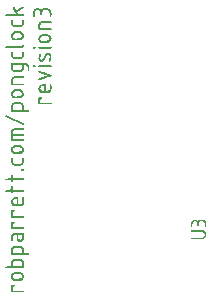
<source format=gbr>
G04 DipTrace 2.3.0.3*
%INTopSilk.gbr*%
%MOIN*%
%ADD12C,0.003*%
%FSLAX44Y44*%
G04*
G70*
G90*
G75*
G01*
%LNTopSilk*%
%LPD*%
X10527Y9052D2*
D12*
X10602D1*
X10722D2*
X10857D1*
X10506Y9037D2*
X10627D1*
X10699D2*
X10879D1*
X10489Y9022D2*
X10531D1*
X10617D2*
X10652D1*
X10674D2*
X10722D1*
X10854D2*
X10896D1*
X10476Y9007D2*
X10509D1*
X10630D2*
X10708D1*
X10875D2*
X10909D1*
X10466Y8992D2*
X10493D1*
X10640D2*
X10695D1*
X10891D2*
X10918D1*
X10459Y8977D2*
X10482D1*
X10649D2*
X10686D1*
X10902D2*
X10925D1*
X10455Y8962D2*
X10475D1*
X10655D2*
X10681D1*
X10910D2*
X10929D1*
X10454Y8947D2*
X10471D1*
X10659D2*
X10679D1*
X10914D2*
X10931D1*
X10453Y8932D2*
X10469D1*
X10661D2*
X10678D1*
X10916D2*
X10932D1*
X10452Y8917D2*
X10468D1*
X10662D2*
X10677D1*
X10917D2*
X10932D1*
X10452Y8902D2*
X10467D1*
X10662D2*
X10677D1*
X10917D2*
X10932D1*
X10452Y8887D2*
X10467D1*
X10662D2*
X10677D1*
X10917D2*
X10932D1*
X10452Y8872D2*
X10467D1*
X10917D2*
X10932D1*
X10452Y8857D2*
X10467D1*
X10917D2*
X10932D1*
X10452Y8842D2*
X10467D1*
X10917D2*
X10932D1*
X10452Y8707D2*
X10842D1*
X10452Y8692D2*
X10864D1*
X10839Y8677D2*
X10881D1*
X10860Y8662D2*
X10894D1*
X10876Y8647D2*
X10904D1*
X10888Y8632D2*
X10913D1*
X10897Y8617D2*
X10920D1*
X10905Y8602D2*
X10926D1*
X10910Y8587D2*
X10929D1*
X10913Y8572D2*
X10930D1*
X10910Y8557D2*
X10929D1*
X10906Y8542D2*
X10925D1*
X10901Y8527D2*
X10920D1*
X10893Y8512D2*
X10913D1*
X10880Y8497D2*
X10905D1*
X10861Y8482D2*
X10893D1*
X10838Y8467D2*
X10875D1*
X10452Y8452D2*
X10852D1*
X10452Y8437D2*
X10827D1*
X4523Y16145D2*
X4538D1*
X4823D2*
X4838D1*
X4508Y16130D2*
X4543D1*
X4793D2*
X4853D1*
X4517Y16115D2*
X4550D1*
X4763D2*
X4823D1*
X4526Y16100D2*
X4557D1*
X4733D2*
X4793D1*
X4534Y16085D2*
X4564D1*
X4703D2*
X4763D1*
X4541Y16070D2*
X4572D1*
X4672D2*
X4733D1*
X4549Y16055D2*
X4579D1*
X4640D2*
X4703D1*
X4556Y16040D2*
X4588D1*
X4605D2*
X4674D1*
X4564Y16025D2*
X4649D1*
X4571Y16010D2*
X4629D1*
X4579Y15995D2*
X4621D1*
X4587Y15980D2*
X4623D1*
X4595Y15965D2*
X4630D1*
X4604Y15950D2*
X4639D1*
X4616Y15935D2*
X4649D1*
X4629Y15920D2*
X4660D1*
X4283Y15905D2*
X4838D1*
X4268Y15890D2*
X4853D1*
X4283Y15875D2*
X4838D1*
X4463Y15710D2*
X4478D1*
X4823D2*
X4838D1*
X4456Y15695D2*
X4478D1*
X4823D2*
X4845D1*
X4452Y15680D2*
X4478D1*
X4823D2*
X4849D1*
X4449Y15665D2*
X4478D1*
X4823D2*
X4851D1*
X4448Y15650D2*
X4478D1*
X4823D2*
X4852D1*
X4449Y15635D2*
X4478D1*
X4823D2*
X4852D1*
X4450Y15620D2*
X4478D1*
X4822D2*
X4850D1*
X4454Y15605D2*
X4481D1*
X4820D2*
X4847D1*
X4458Y15590D2*
X4487D1*
X4814D2*
X4842D1*
X4463Y15575D2*
X4497D1*
X4804D2*
X4837D1*
X4471Y15560D2*
X4509D1*
X4791D2*
X4830D1*
X4482Y15545D2*
X4523D1*
X4777D2*
X4818D1*
X4497Y15530D2*
X4803D1*
X4516Y15515D2*
X4784D1*
X4538Y15500D2*
X4763D1*
X4553Y15335D2*
X4748D1*
X4526Y15320D2*
X4774D1*
X4504Y15305D2*
X4796D1*
X4489Y15290D2*
X4541D1*
X4763D2*
X4812D1*
X4477Y15275D2*
X4519D1*
X4778D2*
X4823D1*
X4468Y15260D2*
X4504D1*
X4792D2*
X4830D1*
X4460Y15245D2*
X4493D1*
X4805D2*
X4835D1*
X4454Y15230D2*
X4485D1*
X4814D2*
X4839D1*
X4451Y15215D2*
X4481D1*
X4819D2*
X4845D1*
X4450Y15200D2*
X4479D1*
X4820D2*
X4853D1*
X4451Y15185D2*
X4479D1*
X4820D2*
X4846D1*
X4455Y15170D2*
X4481D1*
X4814D2*
X4841D1*
X4460Y15155D2*
X4486D1*
X4803D2*
X4836D1*
X4467Y15140D2*
X4498D1*
X4789D2*
X4830D1*
X4475Y15125D2*
X4517D1*
X4753D2*
X4821D1*
X4485Y15110D2*
X4548D1*
X4695D2*
X4809D1*
X4499Y15095D2*
X4592D1*
X4619D2*
X4793D1*
X4517Y15080D2*
X4772D1*
X4538Y15065D2*
X4748D1*
X4823Y14885D2*
X4853D1*
X4815Y14870D2*
X4847D1*
X4804Y14855D2*
X4840D1*
X4283Y14840D2*
X4831D1*
X4268Y14825D2*
X4820D1*
X4283Y14810D2*
X4808D1*
X4463Y14645D2*
X4478D1*
X4823D2*
X4838D1*
X4456Y14630D2*
X4478D1*
X4823D2*
X4845D1*
X4452Y14615D2*
X4478D1*
X4823D2*
X4849D1*
X4449Y14600D2*
X4478D1*
X4823D2*
X4851D1*
X4448Y14585D2*
X4478D1*
X4823D2*
X4852D1*
X4449Y14570D2*
X4478D1*
X4823D2*
X4852D1*
X4450Y14555D2*
X4478D1*
X4822D2*
X4850D1*
X4454Y14540D2*
X4481D1*
X4820D2*
X4847D1*
X4458Y14525D2*
X4487D1*
X4814D2*
X4842D1*
X4463Y14510D2*
X4497D1*
X4804D2*
X4837D1*
X4471Y14495D2*
X4509D1*
X4791D2*
X4830D1*
X4482Y14480D2*
X4523D1*
X4777D2*
X4818D1*
X4497Y14465D2*
X4803D1*
X4516Y14450D2*
X4784D1*
X4538Y14435D2*
X4763D1*
X4448Y14270D2*
X4958D1*
X4448Y14255D2*
X4979D1*
X4448Y14240D2*
X4996D1*
X4448Y14225D2*
X4478D1*
X4823D2*
X4853D1*
X4954D2*
X5009D1*
X4448Y14210D2*
X4478D1*
X4823D2*
X4853D1*
X4976D2*
X5019D1*
X4448Y14195D2*
X4478D1*
X4823D2*
X4853D1*
X4992D2*
X5026D1*
X4448Y14180D2*
X4478D1*
X4823D2*
X4853D1*
X5003D2*
X5030D1*
X4448Y14165D2*
X4478D1*
X4823D2*
X4853D1*
X5010D2*
X5031D1*
X4448Y14150D2*
X4478D1*
X4823D2*
X4853D1*
X5014D2*
X5032D1*
X4448Y14135D2*
X4478D1*
X4823D2*
X4852D1*
X5016D2*
X5033D1*
X4448Y14120D2*
X4478D1*
X4822D2*
X4850D1*
X5017D2*
X5033D1*
X4450Y14105D2*
X4481D1*
X4820D2*
X4847D1*
X5018D2*
X5033D1*
X4454Y14090D2*
X4487D1*
X4815D2*
X4842D1*
X5018D2*
X5033D1*
X4461Y14075D2*
X4497D1*
X4801D2*
X4837D1*
X5018D2*
X5033D1*
X4470Y14060D2*
X4509D1*
X4782D2*
X4830D1*
X5018D2*
X5033D1*
X4481Y14045D2*
X4523D1*
X4758D2*
X4818D1*
X5018D2*
X5033D1*
X4494Y14030D2*
X4803D1*
X5018D2*
X5033D1*
X4508Y14015D2*
X4784D1*
X4523Y14000D2*
X4763D1*
X4538Y13835D2*
X4838D1*
X4516Y13820D2*
X4853D1*
X4497Y13805D2*
X4838D1*
X4482Y13790D2*
X4523D1*
X4470Y13775D2*
X4508D1*
X4461Y13760D2*
X4496D1*
X4455Y13745D2*
X4487D1*
X4451Y13730D2*
X4482D1*
X4449Y13715D2*
X4479D1*
X4448Y13700D2*
X4478D1*
X4448Y13685D2*
X4478D1*
X4448Y13670D2*
X4478D1*
X4448Y13655D2*
X4478D1*
X4448Y13640D2*
X4478D1*
X4448Y13625D2*
X4478D1*
X4448Y13610D2*
X4478D1*
X4451Y13595D2*
X4838D1*
X4456Y13580D2*
X4853D1*
X4463Y13565D2*
X4838D1*
X4553Y13400D2*
X4748D1*
X4526Y13385D2*
X4774D1*
X4504Y13370D2*
X4796D1*
X4489Y13355D2*
X4541D1*
X4763D2*
X4812D1*
X4477Y13340D2*
X4519D1*
X4778D2*
X4823D1*
X4468Y13325D2*
X4504D1*
X4792D2*
X4830D1*
X4460Y13310D2*
X4493D1*
X4805D2*
X4835D1*
X4454Y13295D2*
X4485D1*
X4814D2*
X4839D1*
X4451Y13280D2*
X4481D1*
X4819D2*
X4845D1*
X4450Y13265D2*
X4479D1*
X4820D2*
X4853D1*
X4451Y13250D2*
X4479D1*
X4820D2*
X4846D1*
X4455Y13235D2*
X4481D1*
X4814D2*
X4841D1*
X4460Y13220D2*
X4486D1*
X4803D2*
X4836D1*
X4467Y13205D2*
X4498D1*
X4789D2*
X4830D1*
X4475Y13190D2*
X4517D1*
X4753D2*
X4821D1*
X4485Y13175D2*
X4548D1*
X4695D2*
X4809D1*
X4499Y13160D2*
X4592D1*
X4619D2*
X4793D1*
X4517Y13145D2*
X4772D1*
X4538Y13130D2*
X4748D1*
X4538Y12965D2*
X4763D1*
X4516Y12950D2*
X4785D1*
X4497Y12935D2*
X4803D1*
X4482Y12920D2*
X4523D1*
X4778D2*
X4818D1*
X4470Y12905D2*
X4508D1*
X4792D2*
X4828D1*
X4461Y12890D2*
X4496D1*
X4805D2*
X4836D1*
X4455Y12875D2*
X4487D1*
X4814D2*
X4842D1*
X4451Y12860D2*
X4482D1*
X4819D2*
X4847D1*
X4449Y12845D2*
X4479D1*
X4821D2*
X4850D1*
X4448Y12830D2*
X4478D1*
X4822D2*
X4852D1*
X4448Y12815D2*
X4478D1*
X4823D2*
X4852D1*
X4448Y12800D2*
X4478D1*
X4823D2*
X4853D1*
X4448Y12785D2*
X4478D1*
X4823D2*
X4853D1*
X4448Y12770D2*
X4478D1*
X4823D2*
X4853D1*
X4448Y12755D2*
X4478D1*
X4823D2*
X4853D1*
X4448Y12740D2*
X4478D1*
X4823D2*
X4853D1*
X4448Y12725D2*
X5033D1*
X4448Y12710D2*
X5033D1*
X4448Y12695D2*
X5033D1*
X4283Y12530D2*
X4298D1*
X4268Y12515D2*
X4330D1*
X4293Y12500D2*
X4364D1*
X4323Y12485D2*
X4398D1*
X4354Y12470D2*
X4431D1*
X4387Y12455D2*
X4464D1*
X4419Y12440D2*
X4498D1*
X4454Y12425D2*
X4533D1*
X4488Y12410D2*
X4565D1*
X4520Y12395D2*
X4597D1*
X4552Y12380D2*
X4630D1*
X4585Y12365D2*
X4664D1*
X4619Y12350D2*
X4698D1*
X4653Y12335D2*
X4731D1*
X4686Y12320D2*
X4764D1*
X4719Y12305D2*
X4796D1*
X4754Y12290D2*
X4825D1*
X4788Y12275D2*
X4853D1*
X4823Y12260D2*
X4838D1*
X4538Y12110D2*
X4838D1*
X4516Y12095D2*
X4853D1*
X4497Y12080D2*
X4838D1*
X4482Y12065D2*
X4523D1*
X4470Y12050D2*
X4510D1*
X4461Y12035D2*
X4499D1*
X4455Y12020D2*
X4491D1*
X4451Y12005D2*
X4485D1*
X4449Y11990D2*
X4481D1*
X4448Y11975D2*
X4479D1*
X4448Y11960D2*
X4478D1*
X4448Y11945D2*
X4478D1*
X4448Y11930D2*
X4478D1*
X4448Y11915D2*
X4838D1*
X4448Y11900D2*
X4853D1*
X4448Y11885D2*
X4838D1*
X4448Y11870D2*
X4478D1*
X4448Y11855D2*
X4478D1*
X4448Y11840D2*
X4478D1*
X4448Y11825D2*
X4478D1*
X4448Y11810D2*
X4478D1*
X4448Y11795D2*
X4478D1*
X4448Y11780D2*
X4478D1*
X4448Y11765D2*
X4478D1*
X4448Y11750D2*
X4478D1*
X4448Y11735D2*
X4838D1*
X4448Y11720D2*
X4853D1*
X4448Y11705D2*
X4838D1*
X4553Y11540D2*
X4748D1*
X4526Y11525D2*
X4774D1*
X4504Y11510D2*
X4796D1*
X4489Y11495D2*
X4541D1*
X4763D2*
X4812D1*
X4477Y11480D2*
X4519D1*
X4778D2*
X4823D1*
X4468Y11465D2*
X4504D1*
X4792D2*
X4830D1*
X4460Y11450D2*
X4493D1*
X4805D2*
X4835D1*
X4454Y11435D2*
X4485D1*
X4814D2*
X4839D1*
X4451Y11420D2*
X4481D1*
X4819D2*
X4845D1*
X4450Y11405D2*
X4479D1*
X4820D2*
X4853D1*
X4451Y11390D2*
X4479D1*
X4820D2*
X4846D1*
X4455Y11375D2*
X4481D1*
X4814D2*
X4841D1*
X4460Y11360D2*
X4486D1*
X4803D2*
X4836D1*
X4467Y11345D2*
X4498D1*
X4789D2*
X4830D1*
X4475Y11330D2*
X4517D1*
X4753D2*
X4821D1*
X4485Y11315D2*
X4548D1*
X4695D2*
X4809D1*
X4499Y11300D2*
X4592D1*
X4619D2*
X4793D1*
X4517Y11285D2*
X4772D1*
X4538Y11270D2*
X4748D1*
X4463Y11105D2*
X4478D1*
X4823D2*
X4838D1*
X4456Y11090D2*
X4478D1*
X4823D2*
X4845D1*
X4452Y11075D2*
X4478D1*
X4823D2*
X4849D1*
X4449Y11060D2*
X4478D1*
X4823D2*
X4851D1*
X4448Y11045D2*
X4478D1*
X4823D2*
X4852D1*
X4449Y11030D2*
X4478D1*
X4823D2*
X4852D1*
X4450Y11015D2*
X4478D1*
X4822D2*
X4850D1*
X4454Y11000D2*
X4481D1*
X4820D2*
X4847D1*
X4458Y10985D2*
X4487D1*
X4814D2*
X4842D1*
X4463Y10970D2*
X4497D1*
X4804D2*
X4837D1*
X4471Y10955D2*
X4509D1*
X4791D2*
X4830D1*
X4482Y10940D2*
X4523D1*
X4777D2*
X4818D1*
X4497Y10925D2*
X4803D1*
X4516Y10910D2*
X4784D1*
X4538Y10895D2*
X4763D1*
X4793Y10745D2*
X4838D1*
X4793Y10730D2*
X4853D1*
X4793Y10715D2*
X4838D1*
X4448Y10550D2*
X4478D1*
X4448Y10535D2*
X4478D1*
X4448Y10520D2*
X4478D1*
X4448Y10505D2*
X4478D1*
X4448Y10490D2*
X4478D1*
X4448Y10475D2*
X4478D1*
X4448Y10460D2*
X4478D1*
X4448Y10445D2*
X4478D1*
X4366Y10430D2*
X4838D1*
X4310Y10415D2*
X4853D1*
X4268Y10400D2*
X4838D1*
X4448Y10385D2*
X4478D1*
X4448Y10370D2*
X4478D1*
X4448Y10355D2*
X4478D1*
X4448Y10340D2*
X4478D1*
X4448Y10175D2*
X4478D1*
X4448Y10160D2*
X4478D1*
X4448Y10145D2*
X4478D1*
X4448Y10130D2*
X4478D1*
X4448Y10115D2*
X4478D1*
X4448Y10100D2*
X4478D1*
X4448Y10085D2*
X4478D1*
X4448Y10070D2*
X4478D1*
X4366Y10055D2*
X4838D1*
X4310Y10040D2*
X4853D1*
X4268Y10025D2*
X4838D1*
X4448Y10010D2*
X4478D1*
X4448Y9995D2*
X4478D1*
X4448Y9980D2*
X4478D1*
X4448Y9965D2*
X4478D1*
X4553Y9800D2*
X4658D1*
X4823D2*
X4838D1*
X4524Y9785D2*
X4658D1*
X4823D2*
X4845D1*
X4503Y9770D2*
X4658D1*
X4823D2*
X4849D1*
X4488Y9755D2*
X4523D1*
X4643D2*
X4658D1*
X4823D2*
X4851D1*
X4476Y9740D2*
X4510D1*
X4643D2*
X4658D1*
X4823D2*
X4852D1*
X4468Y9725D2*
X4499D1*
X4643D2*
X4658D1*
X4823D2*
X4853D1*
X4460Y9710D2*
X4491D1*
X4643D2*
X4658D1*
X4823D2*
X4853D1*
X4454Y9695D2*
X4485D1*
X4643D2*
X4658D1*
X4823D2*
X4853D1*
X4451Y9680D2*
X4481D1*
X4643D2*
X4658D1*
X4823D2*
X4853D1*
X4450Y9665D2*
X4480D1*
X4643D2*
X4658D1*
X4823D2*
X4853D1*
X4451Y9650D2*
X4480D1*
X4643D2*
X4658D1*
X4822D2*
X4852D1*
X4455Y9635D2*
X4487D1*
X4643D2*
X4658D1*
X4820D2*
X4850D1*
X4460Y9620D2*
X4497D1*
X4643D2*
X4658D1*
X4815D2*
X4847D1*
X4467Y9605D2*
X4513D1*
X4643D2*
X4658D1*
X4803D2*
X4842D1*
X4475Y9590D2*
X4541D1*
X4643D2*
X4658D1*
X4771D2*
X4837D1*
X4485Y9575D2*
X4586D1*
X4643D2*
X4658D1*
X4721D2*
X4829D1*
X4499Y9560D2*
X4816D1*
X4517Y9545D2*
X4798D1*
X4538Y9530D2*
X4778D1*
X4463Y9365D2*
X4538D1*
X4456Y9350D2*
X4526D1*
X4452Y9335D2*
X4510D1*
X4449Y9320D2*
X4496D1*
X4448Y9305D2*
X4484D1*
X4448Y9290D2*
X4481D1*
X4448Y9275D2*
X4479D1*
X4448Y9260D2*
X4478D1*
X4448Y9245D2*
X4478D1*
X4448Y9230D2*
X4478D1*
X4448Y9215D2*
X4478D1*
X4448Y9200D2*
X4478D1*
X4448Y9185D2*
X4838D1*
X4448Y9170D2*
X4853D1*
X4448Y9155D2*
X4838D1*
X4463Y8990D2*
X4538D1*
X4456Y8975D2*
X4526D1*
X4452Y8960D2*
X4510D1*
X4449Y8945D2*
X4496D1*
X4448Y8930D2*
X4484D1*
X4448Y8915D2*
X4481D1*
X4448Y8900D2*
X4479D1*
X4448Y8885D2*
X4478D1*
X4448Y8870D2*
X4478D1*
X4448Y8855D2*
X4478D1*
X4448Y8840D2*
X4478D1*
X4448Y8825D2*
X4478D1*
X4448Y8810D2*
X4838D1*
X4448Y8795D2*
X4853D1*
X4448Y8780D2*
X4838D1*
X4538Y8615D2*
X4838D1*
X4516Y8600D2*
X4845D1*
X4497Y8585D2*
X4849D1*
X4482Y8570D2*
X4541D1*
X4643D2*
X4658D1*
X4823D2*
X4851D1*
X4470Y8555D2*
X4518D1*
X4643D2*
X4658D1*
X4823D2*
X4852D1*
X4461Y8540D2*
X4500D1*
X4643D2*
X4658D1*
X4823D2*
X4853D1*
X4455Y8525D2*
X4487D1*
X4643D2*
X4658D1*
X4823D2*
X4853D1*
X4451Y8510D2*
X4482D1*
X4643D2*
X4658D1*
X4823D2*
X4853D1*
X4449Y8495D2*
X4480D1*
X4643D2*
X4658D1*
X4823D2*
X4853D1*
X4448Y8480D2*
X4478D1*
X4643D2*
X4658D1*
X4823D2*
X4853D1*
X4448Y8465D2*
X4478D1*
X4643D2*
X4658D1*
X4823D2*
X4852D1*
X4448Y8450D2*
X4478D1*
X4643D2*
X4660D1*
X4822D2*
X4850D1*
X4448Y8435D2*
X4478D1*
X4643D2*
X4665D1*
X4821D2*
X4846D1*
X4448Y8420D2*
X4478D1*
X4645D2*
X4672D1*
X4814D2*
X4840D1*
X4451Y8405D2*
X4478D1*
X4650D2*
X4691D1*
X4787D2*
X4833D1*
X4456Y8390D2*
X4478D1*
X4656D2*
X4737D1*
X4743D2*
X4825D1*
X4463Y8375D2*
X4478D1*
X4667D2*
X4813D1*
X4684Y8360D2*
X4797D1*
X4703Y8345D2*
X4778D1*
X4538Y8180D2*
X4763D1*
X4516Y8165D2*
X4785D1*
X4497Y8150D2*
X4803D1*
X4482Y8135D2*
X4523D1*
X4778D2*
X4818D1*
X4470Y8120D2*
X4508D1*
X4792D2*
X4828D1*
X4461Y8105D2*
X4496D1*
X4805D2*
X4836D1*
X4455Y8090D2*
X4487D1*
X4814D2*
X4842D1*
X4451Y8075D2*
X4482D1*
X4819D2*
X4847D1*
X4449Y8060D2*
X4479D1*
X4821D2*
X4850D1*
X4448Y8045D2*
X4478D1*
X4822D2*
X4852D1*
X4448Y8030D2*
X4478D1*
X4823D2*
X4852D1*
X4448Y8015D2*
X4478D1*
X4823D2*
X4853D1*
X4448Y8000D2*
X4478D1*
X4823D2*
X4853D1*
X4448Y7985D2*
X4478D1*
X4823D2*
X4853D1*
X4448Y7970D2*
X4478D1*
X4823D2*
X4853D1*
X4448Y7955D2*
X4478D1*
X4823D2*
X4853D1*
X4448Y7940D2*
X5033D1*
X4448Y7925D2*
X5033D1*
X4448Y7910D2*
X5033D1*
X4538Y7745D2*
X4763D1*
X4516Y7730D2*
X4785D1*
X4497Y7715D2*
X4803D1*
X4482Y7700D2*
X4523D1*
X4777D2*
X4818D1*
X4470Y7685D2*
X4508D1*
X4790D2*
X4828D1*
X4461Y7670D2*
X4496D1*
X4801D2*
X4836D1*
X4455Y7655D2*
X4487D1*
X4810D2*
X4842D1*
X4451Y7640D2*
X4482D1*
X4816D2*
X4847D1*
X4449Y7625D2*
X4479D1*
X4820D2*
X4850D1*
X4448Y7610D2*
X4478D1*
X4821D2*
X4852D1*
X4448Y7595D2*
X4478D1*
X4822D2*
X4852D1*
X4448Y7580D2*
X4478D1*
X4823D2*
X4853D1*
X4448Y7565D2*
X4478D1*
X4823D2*
X4853D1*
X4448Y7550D2*
X4478D1*
X4823D2*
X4853D1*
X4448Y7535D2*
X4478D1*
X4823D2*
X4853D1*
X4448Y7520D2*
X4478D1*
X4823D2*
X4852D1*
X4353Y7505D2*
X4850D1*
X4268Y7490D2*
X4845D1*
X4283Y7475D2*
X4838D1*
X4553Y7310D2*
X4748D1*
X4526Y7295D2*
X4774D1*
X4504Y7280D2*
X4796D1*
X4489Y7265D2*
X4541D1*
X4763D2*
X4812D1*
X4477Y7250D2*
X4519D1*
X4778D2*
X4823D1*
X4468Y7235D2*
X4504D1*
X4792D2*
X4830D1*
X4460Y7220D2*
X4493D1*
X4805D2*
X4835D1*
X4454Y7205D2*
X4485D1*
X4814D2*
X4839D1*
X4451Y7190D2*
X4481D1*
X4819D2*
X4845D1*
X4450Y7175D2*
X4479D1*
X4820D2*
X4853D1*
X4451Y7160D2*
X4479D1*
X4820D2*
X4846D1*
X4455Y7145D2*
X4481D1*
X4814D2*
X4841D1*
X4460Y7130D2*
X4486D1*
X4803D2*
X4836D1*
X4467Y7115D2*
X4498D1*
X4789D2*
X4830D1*
X4475Y7100D2*
X4517D1*
X4753D2*
X4821D1*
X4485Y7085D2*
X4548D1*
X4695D2*
X4809D1*
X4499Y7070D2*
X4592D1*
X4619D2*
X4793D1*
X4517Y7055D2*
X4772D1*
X4538Y7040D2*
X4748D1*
X4463Y6875D2*
X4538D1*
X4456Y6860D2*
X4526D1*
X4452Y6845D2*
X4510D1*
X4449Y6830D2*
X4496D1*
X4448Y6815D2*
X4484D1*
X4448Y6800D2*
X4481D1*
X4448Y6785D2*
X4479D1*
X4448Y6770D2*
X4478D1*
X4448Y6755D2*
X4478D1*
X4448Y6740D2*
X4478D1*
X4448Y6725D2*
X4478D1*
X4448Y6710D2*
X4478D1*
X4448Y6695D2*
X4838D1*
X4448Y6680D2*
X4853D1*
X4448Y6665D2*
X4838D1*
X5289Y16109D2*
X5364D1*
X5529D2*
X5664D1*
X5260Y16094D2*
X5387D1*
X5506D2*
X5689D1*
X5239Y16079D2*
X5411D1*
X5482D2*
X5708D1*
X5224Y16064D2*
X5277D1*
X5361D2*
X5438D1*
X5454D2*
X5517D1*
X5679D2*
X5724D1*
X5213Y16049D2*
X5255D1*
X5384D2*
X5495D1*
X5694D2*
X5736D1*
X5204Y16034D2*
X5240D1*
X5401D2*
X5480D1*
X5708D2*
X5746D1*
X5196Y16019D2*
X5229D1*
X5415D2*
X5469D1*
X5721D2*
X5752D1*
X5190Y16004D2*
X5221D1*
X5419D2*
X5461D1*
X5730D2*
X5758D1*
X5187Y15989D2*
X5217D1*
X5422D2*
X5457D1*
X5735D2*
X5763D1*
X5185Y15974D2*
X5215D1*
X5423D2*
X5455D1*
X5737D2*
X5766D1*
X5184Y15959D2*
X5214D1*
X5424D2*
X5454D1*
X5738D2*
X5768D1*
X5184Y15944D2*
X5214D1*
X5424D2*
X5454D1*
X5739D2*
X5768D1*
X5184Y15929D2*
X5214D1*
X5427D2*
X5454D1*
X5739D2*
X5769D1*
X5184Y15914D2*
X5214D1*
X5432D2*
X5454D1*
X5739D2*
X5769D1*
X5184Y15899D2*
X5214D1*
X5439D2*
X5454D1*
X5739D2*
X5769D1*
X5184Y15884D2*
X5214D1*
X5739D2*
X5768D1*
X5184Y15869D2*
X5214D1*
X5739D2*
X5766D1*
X5184Y15854D2*
X5214D1*
X5739D2*
X5761D1*
X5184Y15839D2*
X5214D1*
X5739D2*
X5754D1*
X5454Y15674D2*
X5754D1*
X5432Y15659D2*
X5769D1*
X5413Y15644D2*
X5754D1*
X5398Y15629D2*
X5439D1*
X5386Y15614D2*
X5424D1*
X5377Y15599D2*
X5412D1*
X5371Y15584D2*
X5403D1*
X5367Y15569D2*
X5398D1*
X5365Y15554D2*
X5395D1*
X5364Y15539D2*
X5394D1*
X5364Y15524D2*
X5394D1*
X5364Y15509D2*
X5394D1*
X5364Y15494D2*
X5394D1*
X5364Y15479D2*
X5394D1*
X5364Y15464D2*
X5394D1*
X5364Y15449D2*
X5394D1*
X5367Y15434D2*
X5754D1*
X5372Y15419D2*
X5769D1*
X5379Y15404D2*
X5754D1*
X5469Y15239D2*
X5664D1*
X5442Y15224D2*
X5690D1*
X5420Y15209D2*
X5712D1*
X5405Y15194D2*
X5457D1*
X5679D2*
X5728D1*
X5393Y15179D2*
X5435D1*
X5694D2*
X5739D1*
X5384Y15164D2*
X5420D1*
X5708D2*
X5746D1*
X5376Y15149D2*
X5409D1*
X5721D2*
X5751D1*
X5370Y15134D2*
X5401D1*
X5730D2*
X5755D1*
X5367Y15119D2*
X5397D1*
X5735D2*
X5761D1*
X5366Y15104D2*
X5395D1*
X5736D2*
X5769D1*
X5367Y15089D2*
X5395D1*
X5736D2*
X5762D1*
X5371Y15074D2*
X5397D1*
X5730D2*
X5757D1*
X5376Y15059D2*
X5402D1*
X5719D2*
X5752D1*
X5383Y15044D2*
X5414D1*
X5705D2*
X5746D1*
X5391Y15029D2*
X5433D1*
X5669D2*
X5737D1*
X5401Y15014D2*
X5464D1*
X5611D2*
X5725D1*
X5415Y14999D2*
X5508D1*
X5535D2*
X5709D1*
X5433Y14984D2*
X5688D1*
X5454Y14969D2*
X5664D1*
X5199Y14819D2*
X5229D1*
X5379D2*
X5754D1*
X5184Y14804D2*
X5244D1*
X5364D2*
X5769D1*
X5199Y14789D2*
X5229D1*
X5379D2*
X5754D1*
X5634Y14624D2*
X5709D1*
X5619Y14609D2*
X5723D1*
X5409Y14594D2*
X5424D1*
X5606D2*
X5654D1*
X5690D2*
X5736D1*
X5400Y14579D2*
X5421D1*
X5595D2*
X5635D1*
X5711D2*
X5745D1*
X5391Y14564D2*
X5418D1*
X5586D2*
X5620D1*
X5728D2*
X5752D1*
X5385Y14549D2*
X5413D1*
X5578D2*
X5610D1*
X5733D2*
X5758D1*
X5382Y14534D2*
X5409D1*
X5570D2*
X5601D1*
X5737D2*
X5763D1*
X5379Y14519D2*
X5404D1*
X5563D2*
X5593D1*
X5738D2*
X5765D1*
X5377Y14504D2*
X5399D1*
X5555D2*
X5585D1*
X5738D2*
X5765D1*
X5373Y14489D2*
X5396D1*
X5548D2*
X5578D1*
X5738D2*
X5762D1*
X5369Y14474D2*
X5395D1*
X5540D2*
X5570D1*
X5736D2*
X5759D1*
X5367Y14459D2*
X5394D1*
X5533D2*
X5563D1*
X5733D2*
X5756D1*
X5367Y14444D2*
X5395D1*
X5525D2*
X5555D1*
X5729D2*
X5754D1*
X5371Y14429D2*
X5396D1*
X5516D2*
X5548D1*
X5726D2*
X5752D1*
X5376Y14414D2*
X5404D1*
X5504D2*
X5540D1*
X5722D2*
X5748D1*
X5384Y14399D2*
X5424D1*
X5484D2*
X5531D1*
X5718D2*
X5743D1*
X5394Y14384D2*
X5452D1*
X5456D2*
X5520D1*
X5714D2*
X5738D1*
X5407Y14369D2*
X5503D1*
X5711D2*
X5732D1*
X5424Y14354D2*
X5484D1*
X5709D2*
X5724D1*
X5199Y14204D2*
X5229D1*
X5379D2*
X5754D1*
X5184Y14189D2*
X5244D1*
X5364D2*
X5769D1*
X5199Y14174D2*
X5229D1*
X5379D2*
X5754D1*
X5364Y14009D2*
X5394D1*
X5375Y13994D2*
X5439D1*
X5400Y13979D2*
X5484D1*
X5433Y13964D2*
X5529D1*
X5473Y13949D2*
X5574D1*
X5515Y13934D2*
X5619D1*
X5559Y13919D2*
X5663D1*
X5604Y13904D2*
X5703D1*
X5649Y13889D2*
X5738D1*
X5694Y13874D2*
X5769D1*
X5649Y13859D2*
X5738D1*
X5604Y13844D2*
X5701D1*
X5559Y13829D2*
X5661D1*
X5514Y13814D2*
X5618D1*
X5470Y13799D2*
X5573D1*
X5430Y13784D2*
X5529D1*
X5395Y13769D2*
X5484D1*
X5364Y13754D2*
X5439D1*
X5379Y13739D2*
X5394D1*
X5469Y13574D2*
X5574D1*
X5739D2*
X5754D1*
X5440Y13559D2*
X5574D1*
X5739D2*
X5761D1*
X5419Y13544D2*
X5574D1*
X5739D2*
X5765D1*
X5404Y13529D2*
X5439D1*
X5559D2*
X5574D1*
X5739D2*
X5767D1*
X5393Y13514D2*
X5426D1*
X5559D2*
X5574D1*
X5739D2*
X5768D1*
X5384Y13499D2*
X5416D1*
X5559D2*
X5574D1*
X5739D2*
X5769D1*
X5376Y13484D2*
X5407D1*
X5559D2*
X5574D1*
X5739D2*
X5769D1*
X5370Y13469D2*
X5401D1*
X5559D2*
X5574D1*
X5739D2*
X5769D1*
X5367Y13454D2*
X5397D1*
X5559D2*
X5574D1*
X5739D2*
X5769D1*
X5366Y13439D2*
X5396D1*
X5559D2*
X5574D1*
X5739D2*
X5769D1*
X5367Y13424D2*
X5396D1*
X5559D2*
X5574D1*
X5738D2*
X5768D1*
X5371Y13409D2*
X5403D1*
X5559D2*
X5574D1*
X5736D2*
X5766D1*
X5376Y13394D2*
X5413D1*
X5559D2*
X5574D1*
X5731D2*
X5763D1*
X5383Y13379D2*
X5429D1*
X5559D2*
X5574D1*
X5719D2*
X5758D1*
X5391Y13364D2*
X5457D1*
X5559D2*
X5574D1*
X5687D2*
X5753D1*
X5401Y13349D2*
X5502D1*
X5559D2*
X5574D1*
X5637D2*
X5745D1*
X5415Y13334D2*
X5732D1*
X5433Y13319D2*
X5714D1*
X5454Y13304D2*
X5694D1*
X5379Y13139D2*
X5454D1*
X5372Y13124D2*
X5442D1*
X5368Y13109D2*
X5426D1*
X5365Y13094D2*
X5412D1*
X5364Y13079D2*
X5400D1*
X5364Y13064D2*
X5397D1*
X5364Y13049D2*
X5395D1*
X5364Y13034D2*
X5394D1*
X5364Y13019D2*
X5394D1*
X5364Y13004D2*
X5394D1*
X5364Y12989D2*
X5394D1*
X5364Y12974D2*
X5394D1*
X5364Y12959D2*
X5754D1*
X5364Y12944D2*
X5769D1*
X5364Y12929D2*
X5754D1*
X10527Y9052D2*
X10506Y9037D1*
X10489Y9022D1*
X10476Y9007D1*
X10466Y8992D1*
X10459Y8977D1*
X10455Y8962D1*
X10454Y8947D1*
X10453Y8932D1*
X10452Y8917D1*
Y8902D1*
Y8887D1*
Y8872D1*
Y8857D1*
Y8842D1*
X10602Y9052D2*
X10627Y9037D1*
X10652Y9022D1*
X10677Y9007D1*
X10722Y9052D2*
X10699Y9037D1*
X10674Y9022D1*
X10647Y9007D1*
X10857Y9052D2*
X10879Y9037D1*
X10896Y9022D1*
X10909Y9007D1*
X10918Y8992D1*
X10925Y8977D1*
X10929Y8962D1*
X10931Y8947D1*
X10932Y8932D1*
Y8917D1*
Y8902D1*
Y8887D1*
Y8872D1*
Y8857D1*
Y8842D1*
X10557Y9037D2*
X10531Y9022D1*
X10509Y9007D1*
X10493Y8992D1*
X10482Y8977D1*
X10475Y8962D1*
X10471Y8947D1*
X10469Y8932D1*
X10468Y8917D1*
X10467Y8902D1*
Y8887D1*
Y8872D1*
Y8857D1*
Y8842D1*
X10602Y9037D2*
X10617Y9022D1*
X10630Y9007D1*
X10640Y8992D1*
X10649Y8977D1*
X10655Y8962D1*
X10659Y8947D1*
X10661Y8932D1*
X10662Y8917D1*
Y8902D1*
Y8887D1*
X10737Y9037D2*
X10722Y9022D1*
X10708Y9007D1*
X10695Y8992D1*
X10686Y8977D1*
X10681Y8962D1*
X10679Y8947D1*
X10678Y8932D1*
X10677Y8917D1*
Y8902D1*
Y8887D1*
X10827Y9037D2*
X10854Y9022D1*
X10875Y9007D1*
X10891Y8992D1*
X10902Y8977D1*
X10910Y8962D1*
X10914Y8947D1*
X10916Y8932D1*
X10917Y8917D1*
Y8902D1*
Y8887D1*
Y8872D1*
Y8857D1*
Y8842D1*
X10452Y8707D2*
Y8692D1*
X10842Y8707D2*
X10864Y8692D1*
X10881Y8677D1*
X10894Y8662D1*
X10904Y8647D1*
X10913Y8632D1*
X10920Y8617D1*
X10926Y8602D1*
X10929Y8587D1*
X10930Y8572D1*
X10929Y8557D1*
X10925Y8542D1*
X10920Y8527D1*
X10913Y8512D1*
X10905Y8497D1*
X10893Y8482D1*
X10875Y8467D1*
X10852Y8452D1*
X10827Y8437D1*
X10812Y8692D2*
X10839Y8677D1*
X10860Y8662D1*
X10876Y8647D1*
X10888Y8632D1*
X10897Y8617D1*
X10905Y8602D1*
X10910Y8587D1*
X10913Y8572D1*
X10910Y8557D1*
X10906Y8542D1*
X10901Y8527D1*
X10893Y8512D1*
X10880Y8497D1*
X10861Y8482D1*
X10838Y8467D1*
X10812Y8452D1*
X10452D2*
Y8437D1*
X4523Y16145D2*
X4508Y16130D1*
X4517Y16115D1*
X4526Y16100D1*
X4534Y16085D1*
X4541Y16070D1*
X4549Y16055D1*
X4556Y16040D1*
X4564Y16025D1*
X4571Y16010D1*
X4579Y15995D1*
X4587Y15980D1*
X4595Y15965D1*
X4604Y15950D1*
X4616Y15935D1*
X4629Y15920D1*
X4643Y15905D1*
X4538Y16145D2*
X4543Y16130D1*
X4550Y16115D1*
X4557Y16100D1*
X4564Y16085D1*
X4572Y16070D1*
X4579Y16055D1*
X4588Y16040D1*
X4598Y16025D1*
X4823Y16145D2*
X4793Y16130D1*
X4763Y16115D1*
X4733Y16100D1*
X4703Y16085D1*
X4672Y16070D1*
X4640Y16055D1*
X4605Y16040D1*
X4568Y16025D1*
X4838Y16145D2*
X4853Y16130D1*
X4823Y16115D1*
X4793Y16100D1*
X4763Y16085D1*
X4733Y16070D1*
X4703Y16055D1*
X4674Y16040D1*
X4649Y16025D1*
X4629Y16010D1*
X4621Y15995D1*
X4623Y15980D1*
X4630Y15965D1*
X4639Y15950D1*
X4649Y15935D1*
X4660Y15920D1*
X4673Y15905D1*
X4283D2*
X4268Y15890D1*
X4283Y15875D1*
X4838Y15905D2*
X4853Y15890D1*
X4838Y15875D1*
X4463Y15710D2*
X4456Y15695D1*
X4452Y15680D1*
X4449Y15665D1*
X4448Y15650D1*
X4449Y15635D1*
X4450Y15620D1*
X4454Y15605D1*
X4458Y15590D1*
X4463Y15575D1*
X4471Y15560D1*
X4482Y15545D1*
X4497Y15530D1*
X4516Y15515D1*
X4538Y15500D1*
X4478Y15710D2*
Y15695D1*
Y15680D1*
Y15665D1*
Y15650D1*
Y15635D1*
Y15620D1*
X4481Y15605D1*
X4487Y15590D1*
X4497Y15575D1*
X4509Y15560D1*
X4523Y15545D1*
X4538Y15530D1*
X4823Y15710D2*
Y15695D1*
Y15680D1*
Y15665D1*
Y15650D1*
Y15635D1*
X4822Y15620D1*
X4820Y15605D1*
X4814Y15590D1*
X4804Y15575D1*
X4791Y15560D1*
X4777Y15545D1*
X4763Y15530D1*
X4838Y15710D2*
X4845Y15695D1*
X4849Y15680D1*
X4851Y15665D1*
X4852Y15650D1*
Y15635D1*
X4850Y15620D1*
X4847Y15605D1*
X4842Y15590D1*
X4837Y15575D1*
X4830Y15560D1*
X4818Y15545D1*
X4803Y15530D1*
X4784Y15515D1*
X4763Y15500D1*
X4553Y15335D2*
X4526Y15320D1*
X4504Y15305D1*
X4489Y15290D1*
X4477Y15275D1*
X4468Y15260D1*
X4460Y15245D1*
X4454Y15230D1*
X4451Y15215D1*
X4450Y15200D1*
X4451Y15185D1*
X4455Y15170D1*
X4460Y15155D1*
X4467Y15140D1*
X4475Y15125D1*
X4485Y15110D1*
X4499Y15095D1*
X4517Y15080D1*
X4538Y15065D1*
X4748Y15335D2*
X4774Y15320D1*
X4796Y15305D1*
X4812Y15290D1*
X4823Y15275D1*
X4830Y15260D1*
X4835Y15245D1*
X4839Y15230D1*
X4845Y15215D1*
X4853Y15200D1*
X4846Y15185D1*
X4841Y15170D1*
X4836Y15155D1*
X4830Y15140D1*
X4821Y15125D1*
X4809Y15110D1*
X4793Y15095D1*
X4772Y15080D1*
X4748Y15065D1*
X4568Y15305D2*
X4541Y15290D1*
X4519Y15275D1*
X4504Y15260D1*
X4493Y15245D1*
X4485Y15230D1*
X4481Y15215D1*
X4479Y15200D1*
Y15185D1*
X4481Y15170D1*
X4486Y15155D1*
X4498Y15140D1*
X4517Y15125D1*
X4548Y15110D1*
X4592Y15095D1*
X4643Y15080D1*
X4748Y15305D2*
X4763Y15290D1*
X4778Y15275D1*
X4792Y15260D1*
X4805Y15245D1*
X4814Y15230D1*
X4819Y15215D1*
X4820Y15200D1*
Y15185D1*
X4814Y15170D1*
X4803Y15155D1*
X4789Y15140D1*
X4753Y15125D1*
X4695Y15110D1*
X4619Y15095D1*
X4538Y15080D1*
X4823Y14885D2*
X4815Y14870D1*
X4804Y14855D1*
X4793Y14840D1*
X4853Y14885D2*
X4847Y14870D1*
X4840Y14855D1*
X4831Y14840D1*
X4820Y14825D1*
X4808Y14810D1*
X4283Y14840D2*
X4268Y14825D1*
X4283Y14810D1*
X4463Y14645D2*
X4456Y14630D1*
X4452Y14615D1*
X4449Y14600D1*
X4448Y14585D1*
X4449Y14570D1*
X4450Y14555D1*
X4454Y14540D1*
X4458Y14525D1*
X4463Y14510D1*
X4471Y14495D1*
X4482Y14480D1*
X4497Y14465D1*
X4516Y14450D1*
X4538Y14435D1*
X4478Y14645D2*
Y14630D1*
Y14615D1*
Y14600D1*
Y14585D1*
Y14570D1*
Y14555D1*
X4481Y14540D1*
X4487Y14525D1*
X4497Y14510D1*
X4509Y14495D1*
X4523Y14480D1*
X4538Y14465D1*
X4823Y14645D2*
Y14630D1*
Y14615D1*
Y14600D1*
Y14585D1*
Y14570D1*
X4822Y14555D1*
X4820Y14540D1*
X4814Y14525D1*
X4804Y14510D1*
X4791Y14495D1*
X4777Y14480D1*
X4763Y14465D1*
X4838Y14645D2*
X4845Y14630D1*
X4849Y14615D1*
X4851Y14600D1*
X4852Y14585D1*
Y14570D1*
X4850Y14555D1*
X4847Y14540D1*
X4842Y14525D1*
X4837Y14510D1*
X4830Y14495D1*
X4818Y14480D1*
X4803Y14465D1*
X4784Y14450D1*
X4763Y14435D1*
X4448Y14270D2*
Y14255D1*
Y14240D1*
Y14225D1*
Y14210D1*
Y14195D1*
Y14180D1*
Y14165D1*
Y14150D1*
Y14135D1*
Y14120D1*
X4450Y14105D1*
X4454Y14090D1*
X4461Y14075D1*
X4470Y14060D1*
X4481Y14045D1*
X4494Y14030D1*
X4508Y14015D1*
X4523Y14000D1*
X4958Y14270D2*
X4979Y14255D1*
X4996Y14240D1*
X5009Y14225D1*
X5019Y14210D1*
X5026Y14195D1*
X5030Y14180D1*
X5031Y14165D1*
X5032Y14150D1*
X5033Y14135D1*
Y14120D1*
Y14105D1*
Y14090D1*
Y14075D1*
Y14060D1*
Y14045D1*
Y14030D1*
X4478Y14240D2*
Y14225D1*
Y14210D1*
Y14195D1*
Y14180D1*
Y14165D1*
Y14150D1*
Y14135D1*
Y14120D1*
X4481Y14105D1*
X4487Y14090D1*
X4497Y14075D1*
X4509Y14060D1*
X4523Y14045D1*
X4538Y14030D1*
X4823Y14240D2*
Y14225D1*
Y14210D1*
Y14195D1*
Y14180D1*
Y14165D1*
Y14150D1*
Y14135D1*
X4822Y14120D1*
X4820Y14105D1*
X4815Y14090D1*
X4801Y14075D1*
X4782Y14060D1*
X4758Y14045D1*
X4733Y14030D1*
X4853Y14240D2*
Y14225D1*
Y14210D1*
Y14195D1*
Y14180D1*
Y14165D1*
Y14150D1*
X4852Y14135D1*
X4850Y14120D1*
X4847Y14105D1*
X4842Y14090D1*
X4837Y14075D1*
X4830Y14060D1*
X4818Y14045D1*
X4803Y14030D1*
X4784Y14015D1*
X4763Y14000D1*
X4928Y14240D2*
X4954Y14225D1*
X4976Y14210D1*
X4992Y14195D1*
X5003Y14180D1*
X5010Y14165D1*
X5014Y14150D1*
X5016Y14135D1*
X5017Y14120D1*
X5018Y14105D1*
Y14090D1*
Y14075D1*
Y14060D1*
Y14045D1*
Y14030D1*
X4538Y13835D2*
X4516Y13820D1*
X4497Y13805D1*
X4482Y13790D1*
X4470Y13775D1*
X4461Y13760D1*
X4455Y13745D1*
X4451Y13730D1*
X4449Y13715D1*
X4448Y13700D1*
Y13685D1*
Y13670D1*
Y13655D1*
Y13640D1*
Y13625D1*
Y13610D1*
X4451Y13595D1*
X4456Y13580D1*
X4463Y13565D1*
X4838Y13835D2*
X4853Y13820D1*
X4838Y13805D1*
X4538D2*
X4523Y13790D1*
X4508Y13775D1*
X4496Y13760D1*
X4487Y13745D1*
X4482Y13730D1*
X4479Y13715D1*
X4478Y13700D1*
Y13685D1*
Y13670D1*
Y13655D1*
Y13640D1*
Y13625D1*
Y13610D1*
Y13595D1*
X4838D2*
X4853Y13580D1*
X4838Y13565D1*
X4553Y13400D2*
X4526Y13385D1*
X4504Y13370D1*
X4489Y13355D1*
X4477Y13340D1*
X4468Y13325D1*
X4460Y13310D1*
X4454Y13295D1*
X4451Y13280D1*
X4450Y13265D1*
X4451Y13250D1*
X4455Y13235D1*
X4460Y13220D1*
X4467Y13205D1*
X4475Y13190D1*
X4485Y13175D1*
X4499Y13160D1*
X4517Y13145D1*
X4538Y13130D1*
X4748Y13400D2*
X4774Y13385D1*
X4796Y13370D1*
X4812Y13355D1*
X4823Y13340D1*
X4830Y13325D1*
X4835Y13310D1*
X4839Y13295D1*
X4845Y13280D1*
X4853Y13265D1*
X4846Y13250D1*
X4841Y13235D1*
X4836Y13220D1*
X4830Y13205D1*
X4821Y13190D1*
X4809Y13175D1*
X4793Y13160D1*
X4772Y13145D1*
X4748Y13130D1*
X4568Y13370D2*
X4541Y13355D1*
X4519Y13340D1*
X4504Y13325D1*
X4493Y13310D1*
X4485Y13295D1*
X4481Y13280D1*
X4479Y13265D1*
Y13250D1*
X4481Y13235D1*
X4486Y13220D1*
X4498Y13205D1*
X4517Y13190D1*
X4548Y13175D1*
X4592Y13160D1*
X4643Y13145D1*
X4748Y13370D2*
X4763Y13355D1*
X4778Y13340D1*
X4792Y13325D1*
X4805Y13310D1*
X4814Y13295D1*
X4819Y13280D1*
X4820Y13265D1*
Y13250D1*
X4814Y13235D1*
X4803Y13220D1*
X4789Y13205D1*
X4753Y13190D1*
X4695Y13175D1*
X4619Y13160D1*
X4538Y13145D1*
Y12965D2*
X4516Y12950D1*
X4497Y12935D1*
X4482Y12920D1*
X4470Y12905D1*
X4461Y12890D1*
X4455Y12875D1*
X4451Y12860D1*
X4449Y12845D1*
X4448Y12830D1*
Y12815D1*
Y12800D1*
Y12785D1*
Y12770D1*
Y12755D1*
Y12740D1*
Y12725D1*
Y12710D1*
Y12695D1*
X4763Y12965D2*
X4785Y12950D1*
X4803Y12935D1*
X4818Y12920D1*
X4828Y12905D1*
X4836Y12890D1*
X4842Y12875D1*
X4847Y12860D1*
X4850Y12845D1*
X4852Y12830D1*
Y12815D1*
X4853Y12800D1*
Y12785D1*
Y12770D1*
Y12755D1*
Y12740D1*
Y12725D1*
X4538Y12935D2*
X4523Y12920D1*
X4508Y12905D1*
X4496Y12890D1*
X4487Y12875D1*
X4482Y12860D1*
X4479Y12845D1*
X4478Y12830D1*
Y12815D1*
Y12800D1*
Y12785D1*
Y12770D1*
Y12755D1*
Y12740D1*
Y12725D1*
X4763Y12935D2*
X4778Y12920D1*
X4792Y12905D1*
X4805Y12890D1*
X4814Y12875D1*
X4819Y12860D1*
X4821Y12845D1*
X4822Y12830D1*
X4823Y12815D1*
Y12800D1*
Y12785D1*
Y12770D1*
Y12755D1*
Y12740D1*
Y12725D1*
X5033D2*
Y12710D1*
Y12695D1*
X4283Y12530D2*
X4268Y12515D1*
X4293Y12500D1*
X4323Y12485D1*
X4354Y12470D1*
X4387Y12455D1*
X4419Y12440D1*
X4454Y12425D1*
X4488Y12410D1*
X4520Y12395D1*
X4552Y12380D1*
X4585Y12365D1*
X4619Y12350D1*
X4653Y12335D1*
X4686Y12320D1*
X4719Y12305D1*
X4754Y12290D1*
X4788Y12275D1*
X4823Y12260D1*
X4298Y12530D2*
X4330Y12515D1*
X4364Y12500D1*
X4398Y12485D1*
X4431Y12470D1*
X4464Y12455D1*
X4498Y12440D1*
X4533Y12425D1*
X4565Y12410D1*
X4597Y12395D1*
X4630Y12380D1*
X4664Y12365D1*
X4698Y12350D1*
X4731Y12335D1*
X4764Y12320D1*
X4796Y12305D1*
X4825Y12290D1*
X4853Y12275D1*
X4838Y12260D1*
X4538Y12110D2*
X4516Y12095D1*
X4497Y12080D1*
X4482Y12065D1*
X4470Y12050D1*
X4461Y12035D1*
X4455Y12020D1*
X4451Y12005D1*
X4449Y11990D1*
X4448Y11975D1*
Y11960D1*
Y11945D1*
Y11930D1*
Y11915D1*
Y11900D1*
Y11885D1*
Y11870D1*
Y11855D1*
Y11840D1*
Y11825D1*
Y11810D1*
Y11795D1*
Y11780D1*
Y11765D1*
Y11750D1*
Y11735D1*
Y11720D1*
Y11705D1*
X4838Y12110D2*
X4853Y12095D1*
X4838Y12080D1*
X4538D2*
X4523Y12065D1*
X4510Y12050D1*
X4499Y12035D1*
X4491Y12020D1*
X4485Y12005D1*
X4481Y11990D1*
X4479Y11975D1*
X4478Y11960D1*
Y11945D1*
Y11930D1*
Y11915D1*
X4838D2*
X4853Y11900D1*
X4838Y11885D1*
X4478D2*
Y11870D1*
Y11855D1*
Y11840D1*
Y11825D1*
Y11810D1*
Y11795D1*
Y11780D1*
Y11765D1*
Y11750D1*
Y11735D1*
X4838D2*
X4853Y11720D1*
X4838Y11705D1*
X4553Y11540D2*
X4526Y11525D1*
X4504Y11510D1*
X4489Y11495D1*
X4477Y11480D1*
X4468Y11465D1*
X4460Y11450D1*
X4454Y11435D1*
X4451Y11420D1*
X4450Y11405D1*
X4451Y11390D1*
X4455Y11375D1*
X4460Y11360D1*
X4467Y11345D1*
X4475Y11330D1*
X4485Y11315D1*
X4499Y11300D1*
X4517Y11285D1*
X4538Y11270D1*
X4748Y11540D2*
X4774Y11525D1*
X4796Y11510D1*
X4812Y11495D1*
X4823Y11480D1*
X4830Y11465D1*
X4835Y11450D1*
X4839Y11435D1*
X4845Y11420D1*
X4853Y11405D1*
X4846Y11390D1*
X4841Y11375D1*
X4836Y11360D1*
X4830Y11345D1*
X4821Y11330D1*
X4809Y11315D1*
X4793Y11300D1*
X4772Y11285D1*
X4748Y11270D1*
X4568Y11510D2*
X4541Y11495D1*
X4519Y11480D1*
X4504Y11465D1*
X4493Y11450D1*
X4485Y11435D1*
X4481Y11420D1*
X4479Y11405D1*
Y11390D1*
X4481Y11375D1*
X4486Y11360D1*
X4498Y11345D1*
X4517Y11330D1*
X4548Y11315D1*
X4592Y11300D1*
X4643Y11285D1*
X4748Y11510D2*
X4763Y11495D1*
X4778Y11480D1*
X4792Y11465D1*
X4805Y11450D1*
X4814Y11435D1*
X4819Y11420D1*
X4820Y11405D1*
Y11390D1*
X4814Y11375D1*
X4803Y11360D1*
X4789Y11345D1*
X4753Y11330D1*
X4695Y11315D1*
X4619Y11300D1*
X4538Y11285D1*
X4463Y11105D2*
X4456Y11090D1*
X4452Y11075D1*
X4449Y11060D1*
X4448Y11045D1*
X4449Y11030D1*
X4450Y11015D1*
X4454Y11000D1*
X4458Y10985D1*
X4463Y10970D1*
X4471Y10955D1*
X4482Y10940D1*
X4497Y10925D1*
X4516Y10910D1*
X4538Y10895D1*
X4478Y11105D2*
Y11090D1*
Y11075D1*
Y11060D1*
Y11045D1*
Y11030D1*
Y11015D1*
X4481Y11000D1*
X4487Y10985D1*
X4497Y10970D1*
X4509Y10955D1*
X4523Y10940D1*
X4538Y10925D1*
X4823Y11105D2*
Y11090D1*
Y11075D1*
Y11060D1*
Y11045D1*
Y11030D1*
X4822Y11015D1*
X4820Y11000D1*
X4814Y10985D1*
X4804Y10970D1*
X4791Y10955D1*
X4777Y10940D1*
X4763Y10925D1*
X4838Y11105D2*
X4845Y11090D1*
X4849Y11075D1*
X4851Y11060D1*
X4852Y11045D1*
Y11030D1*
X4850Y11015D1*
X4847Y11000D1*
X4842Y10985D1*
X4837Y10970D1*
X4830Y10955D1*
X4818Y10940D1*
X4803Y10925D1*
X4784Y10910D1*
X4763Y10895D1*
X4793Y10745D2*
Y10730D1*
Y10715D1*
X4838Y10745D2*
X4853Y10730D1*
X4838Y10715D1*
X4448Y10550D2*
Y10535D1*
Y10520D1*
Y10505D1*
Y10490D1*
Y10475D1*
Y10460D1*
Y10445D1*
X4366Y10430D1*
X4310Y10415D1*
X4268Y10400D1*
X4478Y10550D2*
Y10535D1*
Y10520D1*
Y10505D1*
Y10490D1*
Y10475D1*
Y10460D1*
Y10445D1*
Y10430D1*
X4838D2*
X4853Y10415D1*
X4838Y10400D1*
X4448D2*
Y10385D1*
Y10370D1*
Y10355D1*
Y10340D1*
X4478Y10400D2*
Y10385D1*
Y10370D1*
Y10355D1*
Y10340D1*
X4448Y10175D2*
Y10160D1*
Y10145D1*
Y10130D1*
Y10115D1*
Y10100D1*
Y10085D1*
Y10070D1*
X4366Y10055D1*
X4310Y10040D1*
X4268Y10025D1*
X4478Y10175D2*
Y10160D1*
Y10145D1*
Y10130D1*
Y10115D1*
Y10100D1*
Y10085D1*
Y10070D1*
Y10055D1*
X4838D2*
X4853Y10040D1*
X4838Y10025D1*
X4448D2*
Y10010D1*
Y9995D1*
Y9980D1*
Y9965D1*
X4478Y10025D2*
Y10010D1*
Y9995D1*
Y9980D1*
Y9965D1*
X4553Y9800D2*
X4524Y9785D1*
X4503Y9770D1*
X4488Y9755D1*
X4476Y9740D1*
X4468Y9725D1*
X4460Y9710D1*
X4454Y9695D1*
X4451Y9680D1*
X4450Y9665D1*
X4451Y9650D1*
X4455Y9635D1*
X4460Y9620D1*
X4467Y9605D1*
X4475Y9590D1*
X4485Y9575D1*
X4499Y9560D1*
X4517Y9545D1*
X4538Y9530D1*
X4658Y9800D2*
Y9785D1*
Y9770D1*
Y9755D1*
Y9740D1*
Y9725D1*
Y9710D1*
Y9695D1*
Y9680D1*
Y9665D1*
Y9650D1*
Y9635D1*
Y9620D1*
Y9605D1*
Y9590D1*
Y9575D1*
X4763Y9560D1*
X4823Y9800D2*
Y9785D1*
Y9770D1*
Y9755D1*
Y9740D1*
Y9725D1*
Y9710D1*
Y9695D1*
Y9680D1*
Y9665D1*
X4822Y9650D1*
X4820Y9635D1*
X4815Y9620D1*
X4803Y9605D1*
X4771Y9590D1*
X4721Y9575D1*
X4658Y9560D1*
X4838Y9800D2*
X4845Y9785D1*
X4849Y9770D1*
X4851Y9755D1*
X4852Y9740D1*
X4853Y9725D1*
Y9710D1*
Y9695D1*
Y9680D1*
Y9665D1*
X4852Y9650D1*
X4850Y9635D1*
X4847Y9620D1*
X4842Y9605D1*
X4837Y9590D1*
X4829Y9575D1*
X4816Y9560D1*
X4798Y9545D1*
X4778Y9530D1*
X4538Y9770D2*
X4523Y9755D1*
X4510Y9740D1*
X4499Y9725D1*
X4491Y9710D1*
X4485Y9695D1*
X4481Y9680D1*
X4480Y9665D1*
Y9650D1*
X4487Y9635D1*
X4497Y9620D1*
X4513Y9605D1*
X4541Y9590D1*
X4586Y9575D1*
X4643Y9560D1*
Y9770D2*
Y9755D1*
Y9740D1*
Y9725D1*
Y9710D1*
Y9695D1*
Y9680D1*
Y9665D1*
Y9650D1*
Y9635D1*
Y9620D1*
Y9605D1*
Y9590D1*
Y9575D1*
X4553Y9560D1*
X4463Y9365D2*
X4456Y9350D1*
X4452Y9335D1*
X4449Y9320D1*
X4448Y9305D1*
Y9290D1*
Y9275D1*
Y9260D1*
Y9245D1*
Y9230D1*
Y9215D1*
Y9200D1*
Y9185D1*
Y9170D1*
Y9155D1*
X4538Y9365D2*
X4526Y9350D1*
X4510Y9335D1*
X4496Y9320D1*
X4484Y9305D1*
X4481Y9290D1*
X4479Y9275D1*
X4478Y9260D1*
Y9245D1*
Y9230D1*
Y9215D1*
Y9200D1*
Y9185D1*
X4838D2*
X4853Y9170D1*
X4838Y9155D1*
X4463Y8990D2*
X4456Y8975D1*
X4452Y8960D1*
X4449Y8945D1*
X4448Y8930D1*
Y8915D1*
Y8900D1*
Y8885D1*
Y8870D1*
Y8855D1*
Y8840D1*
Y8825D1*
Y8810D1*
Y8795D1*
Y8780D1*
X4538Y8990D2*
X4526Y8975D1*
X4510Y8960D1*
X4496Y8945D1*
X4484Y8930D1*
X4481Y8915D1*
X4479Y8900D1*
X4478Y8885D1*
Y8870D1*
Y8855D1*
Y8840D1*
Y8825D1*
Y8810D1*
X4838D2*
X4853Y8795D1*
X4838Y8780D1*
X4538Y8615D2*
X4516Y8600D1*
X4497Y8585D1*
X4482Y8570D1*
X4470Y8555D1*
X4461Y8540D1*
X4455Y8525D1*
X4451Y8510D1*
X4449Y8495D1*
X4448Y8480D1*
Y8465D1*
Y8450D1*
Y8435D1*
Y8420D1*
X4451Y8405D1*
X4456Y8390D1*
X4463Y8375D1*
X4838Y8615D2*
X4845Y8600D1*
X4849Y8585D1*
X4851Y8570D1*
X4852Y8555D1*
X4853Y8540D1*
Y8525D1*
Y8510D1*
Y8495D1*
Y8480D1*
X4852Y8465D1*
X4850Y8450D1*
X4846Y8435D1*
X4840Y8420D1*
X4833Y8405D1*
X4825Y8390D1*
X4813Y8375D1*
X4797Y8360D1*
X4778Y8345D1*
X4568Y8585D2*
X4541Y8570D1*
X4518Y8555D1*
X4500Y8540D1*
X4487Y8525D1*
X4482Y8510D1*
X4480Y8495D1*
X4478Y8480D1*
Y8465D1*
Y8450D1*
Y8435D1*
Y8420D1*
Y8405D1*
Y8390D1*
Y8375D1*
X4643Y8585D2*
Y8570D1*
Y8555D1*
Y8540D1*
Y8525D1*
Y8510D1*
Y8495D1*
Y8480D1*
Y8465D1*
Y8450D1*
Y8435D1*
X4645Y8420D1*
X4650Y8405D1*
X4656Y8390D1*
X4667Y8375D1*
X4684Y8360D1*
X4703Y8345D1*
X4658Y8585D2*
Y8570D1*
Y8555D1*
Y8540D1*
Y8525D1*
Y8510D1*
Y8495D1*
Y8480D1*
Y8465D1*
X4660Y8450D1*
X4665Y8435D1*
X4672Y8420D1*
X4691Y8405D1*
X4737Y8390D1*
X4793Y8375D1*
X4823Y8585D2*
Y8570D1*
Y8555D1*
Y8540D1*
Y8525D1*
Y8510D1*
Y8495D1*
Y8480D1*
Y8465D1*
X4822Y8450D1*
X4821Y8435D1*
X4814Y8420D1*
X4787Y8405D1*
X4743Y8390D1*
X4688Y8375D1*
X4538Y8180D2*
X4516Y8165D1*
X4497Y8150D1*
X4482Y8135D1*
X4470Y8120D1*
X4461Y8105D1*
X4455Y8090D1*
X4451Y8075D1*
X4449Y8060D1*
X4448Y8045D1*
Y8030D1*
Y8015D1*
Y8000D1*
Y7985D1*
Y7970D1*
Y7955D1*
Y7940D1*
Y7925D1*
Y7910D1*
X4763Y8180D2*
X4785Y8165D1*
X4803Y8150D1*
X4818Y8135D1*
X4828Y8120D1*
X4836Y8105D1*
X4842Y8090D1*
X4847Y8075D1*
X4850Y8060D1*
X4852Y8045D1*
Y8030D1*
X4853Y8015D1*
Y8000D1*
Y7985D1*
Y7970D1*
Y7955D1*
Y7940D1*
X4538Y8150D2*
X4523Y8135D1*
X4508Y8120D1*
X4496Y8105D1*
X4487Y8090D1*
X4482Y8075D1*
X4479Y8060D1*
X4478Y8045D1*
Y8030D1*
Y8015D1*
Y8000D1*
Y7985D1*
Y7970D1*
Y7955D1*
Y7940D1*
X4763Y8150D2*
X4778Y8135D1*
X4792Y8120D1*
X4805Y8105D1*
X4814Y8090D1*
X4819Y8075D1*
X4821Y8060D1*
X4822Y8045D1*
X4823Y8030D1*
Y8015D1*
Y8000D1*
Y7985D1*
Y7970D1*
Y7955D1*
Y7940D1*
X5033D2*
Y7925D1*
Y7910D1*
X4538Y7745D2*
X4516Y7730D1*
X4497Y7715D1*
X4482Y7700D1*
X4470Y7685D1*
X4461Y7670D1*
X4455Y7655D1*
X4451Y7640D1*
X4449Y7625D1*
X4448Y7610D1*
Y7595D1*
Y7580D1*
Y7565D1*
Y7550D1*
Y7535D1*
Y7520D1*
X4353Y7505D1*
X4268Y7490D1*
X4283Y7475D1*
X4763Y7745D2*
X4785Y7730D1*
X4803Y7715D1*
X4818Y7700D1*
X4828Y7685D1*
X4836Y7670D1*
X4842Y7655D1*
X4847Y7640D1*
X4850Y7625D1*
X4852Y7610D1*
Y7595D1*
X4853Y7580D1*
Y7565D1*
Y7550D1*
Y7535D1*
X4852Y7520D1*
X4850Y7505D1*
X4845Y7490D1*
X4838Y7475D1*
X4538Y7715D2*
X4523Y7700D1*
X4508Y7685D1*
X4496Y7670D1*
X4487Y7655D1*
X4482Y7640D1*
X4479Y7625D1*
X4478Y7610D1*
Y7595D1*
Y7580D1*
Y7565D1*
Y7550D1*
Y7535D1*
Y7520D1*
Y7505D1*
X4763Y7715D2*
X4777Y7700D1*
X4790Y7685D1*
X4801Y7670D1*
X4810Y7655D1*
X4816Y7640D1*
X4820Y7625D1*
X4821Y7610D1*
X4822Y7595D1*
X4823Y7580D1*
Y7565D1*
Y7550D1*
Y7535D1*
Y7520D1*
Y7505D1*
X4553Y7310D2*
X4526Y7295D1*
X4504Y7280D1*
X4489Y7265D1*
X4477Y7250D1*
X4468Y7235D1*
X4460Y7220D1*
X4454Y7205D1*
X4451Y7190D1*
X4450Y7175D1*
X4451Y7160D1*
X4455Y7145D1*
X4460Y7130D1*
X4467Y7115D1*
X4475Y7100D1*
X4485Y7085D1*
X4499Y7070D1*
X4517Y7055D1*
X4538Y7040D1*
X4748Y7310D2*
X4774Y7295D1*
X4796Y7280D1*
X4812Y7265D1*
X4823Y7250D1*
X4830Y7235D1*
X4835Y7220D1*
X4839Y7205D1*
X4845Y7190D1*
X4853Y7175D1*
X4846Y7160D1*
X4841Y7145D1*
X4836Y7130D1*
X4830Y7115D1*
X4821Y7100D1*
X4809Y7085D1*
X4793Y7070D1*
X4772Y7055D1*
X4748Y7040D1*
X4568Y7280D2*
X4541Y7265D1*
X4519Y7250D1*
X4504Y7235D1*
X4493Y7220D1*
X4485Y7205D1*
X4481Y7190D1*
X4479Y7175D1*
Y7160D1*
X4481Y7145D1*
X4486Y7130D1*
X4498Y7115D1*
X4517Y7100D1*
X4548Y7085D1*
X4592Y7070D1*
X4643Y7055D1*
X4748Y7280D2*
X4763Y7265D1*
X4778Y7250D1*
X4792Y7235D1*
X4805Y7220D1*
X4814Y7205D1*
X4819Y7190D1*
X4820Y7175D1*
Y7160D1*
X4814Y7145D1*
X4803Y7130D1*
X4789Y7115D1*
X4753Y7100D1*
X4695Y7085D1*
X4619Y7070D1*
X4538Y7055D1*
X4463Y6875D2*
X4456Y6860D1*
X4452Y6845D1*
X4449Y6830D1*
X4448Y6815D1*
Y6800D1*
Y6785D1*
Y6770D1*
Y6755D1*
Y6740D1*
Y6725D1*
Y6710D1*
Y6695D1*
Y6680D1*
Y6665D1*
X4538Y6875D2*
X4526Y6860D1*
X4510Y6845D1*
X4496Y6830D1*
X4484Y6815D1*
X4481Y6800D1*
X4479Y6785D1*
X4478Y6770D1*
Y6755D1*
Y6740D1*
Y6725D1*
Y6710D1*
Y6695D1*
X4838D2*
X4853Y6680D1*
X4838Y6665D1*
X5289Y16109D2*
X5260Y16094D1*
X5239Y16079D1*
X5224Y16064D1*
X5213Y16049D1*
X5204Y16034D1*
X5196Y16019D1*
X5190Y16004D1*
X5187Y15989D1*
X5185Y15974D1*
X5184Y15959D1*
Y15944D1*
Y15929D1*
Y15914D1*
Y15899D1*
Y15884D1*
Y15869D1*
Y15854D1*
Y15839D1*
X5364Y16109D2*
X5387Y16094D1*
X5411Y16079D1*
X5438Y16064D1*
X5469Y16049D1*
X5529Y16109D2*
X5506Y16094D1*
X5482Y16079D1*
X5454Y16064D1*
X5424Y16049D1*
X5664Y16109D2*
X5689Y16094D1*
X5708Y16079D1*
X5724Y16064D1*
X5736Y16049D1*
X5746Y16034D1*
X5752Y16019D1*
X5758Y16004D1*
X5763Y15989D1*
X5766Y15974D1*
X5768Y15959D1*
Y15944D1*
X5769Y15929D1*
Y15914D1*
Y15899D1*
X5768Y15884D1*
X5766Y15869D1*
X5761Y15854D1*
X5754Y15839D1*
X5304Y16079D2*
X5277Y16064D1*
X5255Y16049D1*
X5240Y16034D1*
X5229Y16019D1*
X5221Y16004D1*
X5217Y15989D1*
X5215Y15974D1*
X5214Y15959D1*
Y15944D1*
Y15929D1*
Y15914D1*
Y15899D1*
Y15884D1*
Y15869D1*
Y15854D1*
Y15839D1*
X5334Y16079D2*
X5361Y16064D1*
X5384Y16049D1*
X5401Y16034D1*
X5415Y16019D1*
X5419Y16004D1*
X5422Y15989D1*
X5423Y15974D1*
X5424Y15959D1*
Y15944D1*
X5427Y15929D1*
X5432Y15914D1*
X5439Y15899D1*
X5544Y16079D2*
X5517Y16064D1*
X5495Y16049D1*
X5480Y16034D1*
X5469Y16019D1*
X5461Y16004D1*
X5457Y15989D1*
X5455Y15974D1*
X5454Y15959D1*
Y15944D1*
Y15929D1*
Y15914D1*
Y15899D1*
X5664Y16079D2*
X5679Y16064D1*
X5694Y16049D1*
X5708Y16034D1*
X5721Y16019D1*
X5730Y16004D1*
X5735Y15989D1*
X5737Y15974D1*
X5738Y15959D1*
X5739Y15944D1*
Y15929D1*
Y15914D1*
Y15899D1*
Y15884D1*
Y15869D1*
Y15854D1*
Y15839D1*
X5454Y15674D2*
X5432Y15659D1*
X5413Y15644D1*
X5398Y15629D1*
X5386Y15614D1*
X5377Y15599D1*
X5371Y15584D1*
X5367Y15569D1*
X5365Y15554D1*
X5364Y15539D1*
Y15524D1*
Y15509D1*
Y15494D1*
Y15479D1*
Y15464D1*
Y15449D1*
X5367Y15434D1*
X5372Y15419D1*
X5379Y15404D1*
X5754Y15674D2*
X5769Y15659D1*
X5754Y15644D1*
X5454D2*
X5439Y15629D1*
X5424Y15614D1*
X5412Y15599D1*
X5403Y15584D1*
X5398Y15569D1*
X5395Y15554D1*
X5394Y15539D1*
Y15524D1*
Y15509D1*
Y15494D1*
Y15479D1*
Y15464D1*
Y15449D1*
Y15434D1*
X5754D2*
X5769Y15419D1*
X5754Y15404D1*
X5469Y15239D2*
X5442Y15224D1*
X5420Y15209D1*
X5405Y15194D1*
X5393Y15179D1*
X5384Y15164D1*
X5376Y15149D1*
X5370Y15134D1*
X5367Y15119D1*
X5366Y15104D1*
X5367Y15089D1*
X5371Y15074D1*
X5376Y15059D1*
X5383Y15044D1*
X5391Y15029D1*
X5401Y15014D1*
X5415Y14999D1*
X5433Y14984D1*
X5454Y14969D1*
X5664Y15239D2*
X5690Y15224D1*
X5712Y15209D1*
X5728Y15194D1*
X5739Y15179D1*
X5746Y15164D1*
X5751Y15149D1*
X5755Y15134D1*
X5761Y15119D1*
X5769Y15104D1*
X5762Y15089D1*
X5757Y15074D1*
X5752Y15059D1*
X5746Y15044D1*
X5737Y15029D1*
X5725Y15014D1*
X5709Y14999D1*
X5688Y14984D1*
X5664Y14969D1*
X5484Y15209D2*
X5457Y15194D1*
X5435Y15179D1*
X5420Y15164D1*
X5409Y15149D1*
X5401Y15134D1*
X5397Y15119D1*
X5395Y15104D1*
Y15089D1*
X5397Y15074D1*
X5402Y15059D1*
X5414Y15044D1*
X5433Y15029D1*
X5464Y15014D1*
X5508Y14999D1*
X5559Y14984D1*
X5664Y15209D2*
X5679Y15194D1*
X5694Y15179D1*
X5708Y15164D1*
X5721Y15149D1*
X5730Y15134D1*
X5735Y15119D1*
X5736Y15104D1*
Y15089D1*
X5730Y15074D1*
X5719Y15059D1*
X5705Y15044D1*
X5669Y15029D1*
X5611Y15014D1*
X5535Y14999D1*
X5454Y14984D1*
X5199Y14819D2*
X5184Y14804D1*
X5199Y14789D1*
X5229Y14819D2*
X5244Y14804D1*
X5229Y14789D1*
X5379Y14819D2*
X5364Y14804D1*
X5379Y14789D1*
X5754Y14819D2*
X5769Y14804D1*
X5754Y14789D1*
X5634Y14624D2*
X5619Y14609D1*
X5606Y14594D1*
X5595Y14579D1*
X5586Y14564D1*
X5578Y14549D1*
X5570Y14534D1*
X5563Y14519D1*
X5555Y14504D1*
X5548Y14489D1*
X5540Y14474D1*
X5533Y14459D1*
X5525Y14444D1*
X5516Y14429D1*
X5504Y14414D1*
X5484Y14399D1*
X5456Y14384D1*
X5424Y14369D1*
X5709Y14624D2*
X5723Y14609D1*
X5736Y14594D1*
X5745Y14579D1*
X5752Y14564D1*
X5758Y14549D1*
X5763Y14534D1*
X5765Y14519D1*
Y14504D1*
X5762Y14489D1*
X5759Y14474D1*
X5756Y14459D1*
X5754Y14444D1*
X5752Y14429D1*
X5748Y14414D1*
X5743Y14399D1*
X5738Y14384D1*
X5732Y14369D1*
X5724Y14354D1*
X5409Y14594D2*
X5400Y14579D1*
X5391Y14564D1*
X5385Y14549D1*
X5382Y14534D1*
X5379Y14519D1*
X5377Y14504D1*
X5373Y14489D1*
X5369Y14474D1*
X5367Y14459D1*
Y14444D1*
X5371Y14429D1*
X5376Y14414D1*
X5384Y14399D1*
X5394Y14384D1*
X5407Y14369D1*
X5424Y14354D1*
Y14594D2*
X5421Y14579D1*
X5418Y14564D1*
X5413Y14549D1*
X5409Y14534D1*
X5404Y14519D1*
X5399Y14504D1*
X5396Y14489D1*
X5395Y14474D1*
X5394Y14459D1*
X5395Y14444D1*
X5396Y14429D1*
X5404Y14414D1*
X5424Y14399D1*
X5452Y14384D1*
X5484Y14369D1*
X5679Y14609D2*
X5654Y14594D1*
X5635Y14579D1*
X5620Y14564D1*
X5610Y14549D1*
X5601Y14534D1*
X5593Y14519D1*
X5585Y14504D1*
X5578Y14489D1*
X5570Y14474D1*
X5563Y14459D1*
X5555Y14444D1*
X5548Y14429D1*
X5540Y14414D1*
X5531Y14399D1*
X5520Y14384D1*
X5503Y14369D1*
X5484Y14354D1*
X5664Y14609D2*
X5690Y14594D1*
X5711Y14579D1*
X5728Y14564D1*
X5733Y14549D1*
X5737Y14534D1*
X5738Y14519D1*
Y14504D1*
Y14489D1*
X5736Y14474D1*
X5733Y14459D1*
X5729Y14444D1*
X5726Y14429D1*
X5722Y14414D1*
X5718Y14399D1*
X5714Y14384D1*
X5711Y14369D1*
X5709Y14354D1*
X5199Y14204D2*
X5184Y14189D1*
X5199Y14174D1*
X5229Y14204D2*
X5244Y14189D1*
X5229Y14174D1*
X5379Y14204D2*
X5364Y14189D1*
X5379Y14174D1*
X5754Y14204D2*
X5769Y14189D1*
X5754Y14174D1*
X5364Y14009D2*
X5375Y13994D1*
X5400Y13979D1*
X5433Y13964D1*
X5473Y13949D1*
X5515Y13934D1*
X5559Y13919D1*
X5604Y13904D1*
X5649Y13889D1*
X5694Y13874D1*
X5649Y13859D1*
X5604Y13844D1*
X5559Y13829D1*
X5514Y13814D1*
X5470Y13799D1*
X5430Y13784D1*
X5395Y13769D1*
X5364Y13754D1*
X5379Y13739D1*
X5394Y14009D2*
X5439Y13994D1*
X5484Y13979D1*
X5529Y13964D1*
X5574Y13949D1*
X5619Y13934D1*
X5663Y13919D1*
X5703Y13904D1*
X5738Y13889D1*
X5769Y13874D1*
X5738Y13859D1*
X5701Y13844D1*
X5661Y13829D1*
X5618Y13814D1*
X5573Y13799D1*
X5529Y13784D1*
X5484Y13769D1*
X5439Y13754D1*
X5394Y13739D1*
X5469Y13574D2*
X5440Y13559D1*
X5419Y13544D1*
X5404Y13529D1*
X5393Y13514D1*
X5384Y13499D1*
X5376Y13484D1*
X5370Y13469D1*
X5367Y13454D1*
X5366Y13439D1*
X5367Y13424D1*
X5371Y13409D1*
X5376Y13394D1*
X5383Y13379D1*
X5391Y13364D1*
X5401Y13349D1*
X5415Y13334D1*
X5433Y13319D1*
X5454Y13304D1*
X5574Y13574D2*
Y13559D1*
Y13544D1*
Y13529D1*
Y13514D1*
Y13499D1*
Y13484D1*
Y13469D1*
Y13454D1*
Y13439D1*
Y13424D1*
Y13409D1*
Y13394D1*
Y13379D1*
Y13364D1*
Y13349D1*
X5679Y13334D1*
X5739Y13574D2*
Y13559D1*
Y13544D1*
Y13529D1*
Y13514D1*
Y13499D1*
Y13484D1*
Y13469D1*
Y13454D1*
Y13439D1*
X5738Y13424D1*
X5736Y13409D1*
X5731Y13394D1*
X5719Y13379D1*
X5687Y13364D1*
X5637Y13349D1*
X5574Y13334D1*
X5754Y13574D2*
X5761Y13559D1*
X5765Y13544D1*
X5767Y13529D1*
X5768Y13514D1*
X5769Y13499D1*
Y13484D1*
Y13469D1*
Y13454D1*
Y13439D1*
X5768Y13424D1*
X5766Y13409D1*
X5763Y13394D1*
X5758Y13379D1*
X5753Y13364D1*
X5745Y13349D1*
X5732Y13334D1*
X5714Y13319D1*
X5694Y13304D1*
X5454Y13544D2*
X5439Y13529D1*
X5426Y13514D1*
X5416Y13499D1*
X5407Y13484D1*
X5401Y13469D1*
X5397Y13454D1*
X5396Y13439D1*
Y13424D1*
X5403Y13409D1*
X5413Y13394D1*
X5429Y13379D1*
X5457Y13364D1*
X5502Y13349D1*
X5559Y13334D1*
Y13544D2*
Y13529D1*
Y13514D1*
Y13499D1*
Y13484D1*
Y13469D1*
Y13454D1*
Y13439D1*
Y13424D1*
Y13409D1*
Y13394D1*
Y13379D1*
Y13364D1*
Y13349D1*
X5469Y13334D1*
X5379Y13139D2*
X5372Y13124D1*
X5368Y13109D1*
X5365Y13094D1*
X5364Y13079D1*
Y13064D1*
Y13049D1*
Y13034D1*
Y13019D1*
Y13004D1*
Y12989D1*
Y12974D1*
Y12959D1*
Y12944D1*
Y12929D1*
X5454Y13139D2*
X5442Y13124D1*
X5426Y13109D1*
X5412Y13094D1*
X5400Y13079D1*
X5397Y13064D1*
X5395Y13049D1*
X5394Y13034D1*
Y13019D1*
Y13004D1*
Y12989D1*
Y12974D1*
Y12959D1*
X5754D2*
X5769Y12944D1*
X5754Y12929D1*
M02*

</source>
